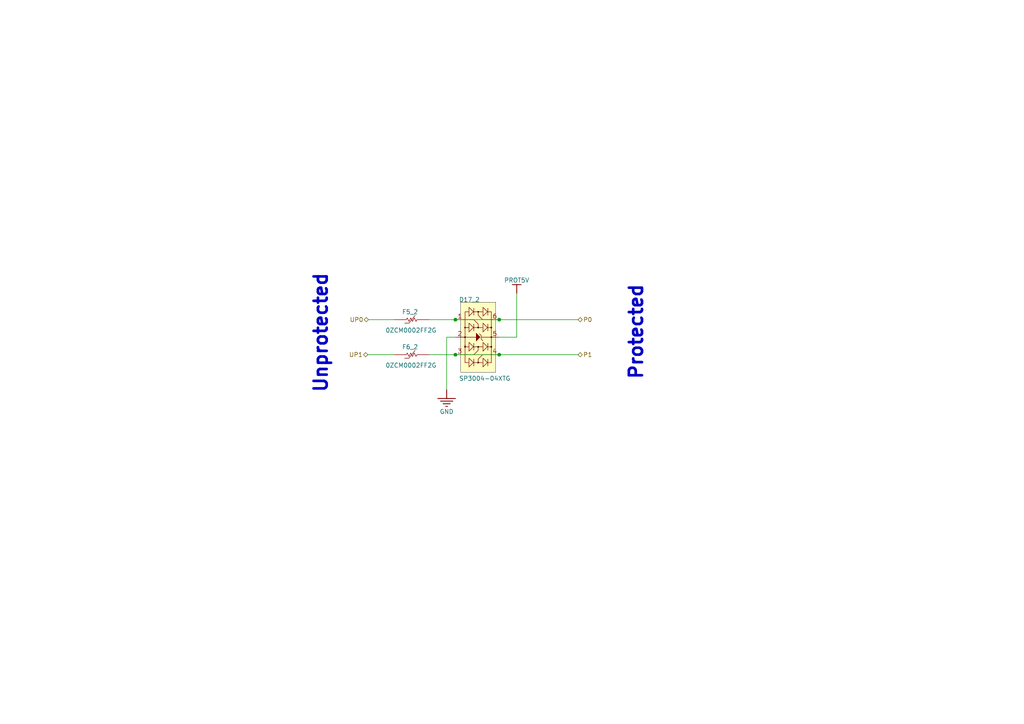
<source format=kicad_sch>
(kicad_sch (version 20250114) (generator "eeschema") (generator_version "9.0")
  (paper "User" 297.002 210.007)
  (title_block (title "ARDEP Arduino Connector") (rev "1"))
  (lib_symbols
    (symbol "ARDEP2_Mainboard:GND_POWER_GROUND" (power)
      (property "Value" "GND" (at 0 -6.35 0))
      (symbol "GND_POWER_GROUND_0_0"
        (polyline (pts (xy -2.54 -2.54) (xy 2.54 -2.54)) (stroke (width 0.254)))
        (polyline (pts (xy -1.778 -3.302) (xy 1.778 -3.302)) (stroke (width 0.254)))
        (polyline (pts (xy -1.016 -4.064) (xy 1.016 -4.064)) (stroke (width 0.254)))
        (polyline (pts (xy -0.254 -4.826) (xy 0.254 -4.826)) (stroke (width 0.254)))
        (polyline (pts (xy 0 0) (xy 0 -2.54)) (stroke (width 0.254)))
        (pin power_in line (at 0 0 0) (length 0) (hide yes) (name "GND") (number ""))
      )
    )
    (symbol "ARDEP2_Mainboard:PROT5V_BAR" (power)
      (property "Value" "PROT5V" (at 0 -3.81 0))
      (symbol "PROT5V_BAR_0_0"
        (polyline (pts (xy -1.27 -2.54) (xy 1.27 -2.54)) (stroke (width 0.254)))
        (polyline (pts (xy 0 0) (xy 0 -2.54)) (stroke (width 0.254)))
        (pin power_in line (at 0 0 0) (length 0) (hide yes) (name "PROT5V") (number ""))
      )
    )
    (symbol "ARDEP2_Mainboard:root_0_4CH-ESD-Clamp_Frickly Systems GmbH" (pin_names (hide yes))
      (symbol "root_0_4CH-ESD-Clamp_Frickly Systems GmbH_1_0"
        (polyline (pts (xy -5.334 0) (xy -6.35 0)))
        (polyline (pts (xy -5.08 5.08) (xy -2.286 5.08) (xy -1.016 3.81) (xy -1.016 2.794)))
        (polyline (pts (xy -5.08 0) (xy -1.524 0)))
        (polyline (pts (xy -5.08 -5.08) (xy -2.286 -5.08) (xy -1.016 -3.81) (xy -1.016 -2.794)))
        (arc (start -4.7432 2.6559) (mid -4.9382 2.9095) (end -4.6904 2.7072) (stroke (width 0) (color 0 0 0 1)))
        (polyline (pts (xy -4.826 2.794) (xy -4.826 -2.794)))
        (polyline (pts (xy -4.826 2.794) (xy -4.826 7.366) (xy -3.81 7.366)))
        (arc (start -4.7432 -0.1381) (mid -4.9382 0.1155) (end -4.6904 -0.0868) (stroke (width 0) (color 0 0 0 1)))
        (polyline (pts (xy -4.826 -2.286) (xy -4.826 -7.366)))
        (arc (start -4.7432 -2.9321) (mid -4.9382 -2.6785) (end -4.6904 -2.8808) (stroke (width 0) (color 0 0 0 1)))
        (polyline (pts (xy -4.064 2.794) (xy -3.81 2.794)))
        (polyline (pts (xy -3.81 2.794) (xy -4.826 2.794)))
        (polyline (pts (xy -3.81 -2.794) (xy -4.826 -2.794)))
        (polyline (pts (xy -3.81 -7.366) (xy -4.826 -7.366)))
        (polyline (pts (xy -3.683 6.121) (xy -2.413 7.391) (xy -3.683 8.661) (xy -3.683 6.121)))
        (polyline (pts (xy -3.683 1.549) (xy -2.413 2.819) (xy -3.683 4.089) (xy -3.683 1.549)))
        (polyline (pts (xy -3.683 -4.039) (xy -2.413 -2.769) (xy -3.683 -1.499) (xy -3.683 -4.039)))
        (polyline (pts (xy -3.683 -8.611) (xy -2.413 -7.341) (xy -3.683 -6.071) (xy -3.683 -8.611)))
        (polyline (pts (xy -2.286 8.382) (xy -2.286 6.382)))
        (polyline (pts (xy -2.286 7.366) (xy 0.254 7.366)))
        (polyline (pts (xy -2.286 3.81) (xy -2.286 1.81)))
        (polyline (pts (xy -2.286 2.794) (xy 0.254 2.794)))
        (polyline (pts (xy -2.286 -1.778) (xy -2.286 -3.778)))
        (polyline (pts (xy -2.286 -2.794) (xy 0.254 -2.794)))
        (polyline (pts (xy -2.286 -6.35) (xy -2.286 -8.35)))
        (polyline (pts (xy -2.286 -7.366) (xy 0.254 -7.366)))
        (polyline (pts (xy -1.651 -1.245) (xy -0.381 0.025) (xy -1.651 1.295) (xy -1.651 -1.245)) (stroke (width -0.0001)) (fill (type outline)))
        (arc (start -1.0988 7.5041) (mid -0.9038 7.2505) (end -1.1516 7.4528) (stroke (width 0) (color 0 0 0 1)))
        (arc (start -0.9332 2.6559) (mid -1.1282 2.9095) (end -0.8804 2.7072) (stroke (width 0) (color 0 0 0 1)))
        (arc (start -0.9332 -2.9321) (mid -1.1282 -2.6785) (end -0.8804 -2.8808) (stroke (width 0) (color 0 0 0 1)))
        (arc (start -1.0988 -7.2279) (mid -0.9038 -7.4815) (end -1.1516 -7.2792) (stroke (width 0) (color 0 0 0 1)))
        (polyline (pts (xy 0 0) (xy 3.302 0)))
        (polyline (pts (xy 0.356 -1.041) (xy -0.152 -0.533) (xy -0.152 0.483) (xy -0.66 0.991)))
        (polyline (pts (xy 0.381 6.121) (xy 1.651 7.391) (xy 0.381 8.661) (xy 0.381 6.121)))
        (polyline (pts (xy 0.381 1.549) (xy 1.651 2.819) (xy 0.381 4.089) (xy 0.381 1.549)))
        (polyline (pts (xy 0.381 -4.039) (xy 1.651 -2.769) (xy 0.381 -1.499) (xy 0.381 -4.039)))
        (polyline (pts (xy 0.381 -8.611) (xy 1.651 -7.341) (xy 0.381 -6.071) (xy 0.381 -8.611)))
        (polyline (pts (xy 1.778 8.382) (xy 1.778 6.382)))
        (polyline (pts (xy 1.778 3.81) (xy 1.778 1.81)))
        (polyline (pts (xy 1.778 2.794) (xy 2.794 2.794)))
        (polyline (pts (xy 1.778 -1.778) (xy 1.778 -3.778)))
        (polyline (pts (xy 1.778 -2.794) (xy 2.794 -2.794)))
        (polyline (pts (xy 1.778 -6.35) (xy 1.778 -8.35)))
        (polyline (pts (xy 1.778 -7.366) (xy 2.794 -7.366)))
        (arc (start 2.8768 -0.1381) (mid 2.6818 0.1155) (end 2.9296 -0.0868) (stroke (width 0) (color 0 0 0 1)))
        (polyline (pts (xy 2.794 2.794) (xy 2.794 -2.794)))
        (polyline (pts (xy 2.794 2.794) (xy 2.794 7.366) (xy 1.778 7.366)))
        (arc (start 2.8768 2.6559) (mid 2.6818 2.9095) (end 2.9296 2.7072) (stroke (width 0) (color 0 0 0 1)))
        (polyline (pts (xy 2.794 -2.794) (xy 2.794 -7.366)))
        (arc (start 2.8768 -2.9321) (mid 2.6818 -2.6785) (end 2.9296 -2.8808) (stroke (width 0) (color 0 0 0 1)))
        (polyline (pts (xy 2.794 -5.08) (xy 0.254 -5.08) (xy -1.016 -6.35) (xy -1.016 -7.366)))
        (polyline (pts (xy 3.048 5.08) (xy 0.254 5.08) (xy -1.016 6.35) (xy -1.016 7.366)))
        (rectangle (start 4.064 10.16) (end -6.096 -10.16) (stroke (width 0.0254) (color 0 0 0 1)) (fill (type background)))
        (pin passive line (at -7.62 5.08 0) (length 2.54) (name "I/O1") (number "1"))
        (pin passive line (at -7.62 0 0) (length 2.54) (name "GND") (number "2"))
        (pin passive line (at -7.62 -5.08 0) (length 2.54) (name "I/O2") (number "3"))
        (pin passive line (at 5.08 5.08 180) (length 2.54) (name "I/O1") (number "6"))
        (pin passive line (at 5.08 0 180) (length 2.54) (name "VDD") (number "5"))
        (pin passive line (at 5.08 -5.08 180) (length 2.54) (name "I/O2") (number "4"))
      )
    )
    (symbol "ARDEP2_Mainboard:root_0_TEMP_RES_Frickly Systems GmbH" (pin_numbers (hide yes)) (pin_names (hide yes))
      (symbol "root_0_TEMP_RES_Frickly Systems GmbH_1_0"
        (polyline (pts (xy 0.508 -1.016) (xy 1.778 -1.016) (xy 3.556 1.27)))
        (polyline (pts (xy 5.08 0) (xy 4.064 0) (xy 3.81 -0.508) (xy 3.302 0.508) (xy 2.794 -0.508) (xy 2.286 0.508) (xy 1.778 -0.508) (xy 1.27 0.508) (xy 1.016 0) (xy 0 0)))
        (pin passive line (at -2.54 0 0) (length 2.54) (name "1") (number "1"))
        (pin passive line (at 7.62 0 180) (length 2.54) (name "2") (number "2"))
      )
    )
  )
  (text "Unprotected" (at 95.25 114.3 90) (effects (font (size 3.81 3.81) (thickness 0.762) (bold yes)) (justify left bottom)))
  (text "Protected" (at 186.69 110.49 90) (effects (font (size 3.81 3.81) (thickness 0.762) (bold yes)) (justify left bottom)))
  (junction (at 144.78 102.87))
  (junction (at 132.08 102.87))
  (junction (at 132.08 92.71))
  (junction (at 144.78 92.71))
  (wire (pts (xy 124.46 92.71) (xy 132.08 92.71)))
  (wire (pts (xy 114.3 102.87) (xy 106.68 102.87)))
  (wire (pts (xy 132.08 102.87) (xy 124.46 102.87)))
  (wire (pts (xy 129.54 97.79) (xy 129.54 113.03)))
  (wire (pts (xy 144.78 97.79) (xy 149.86 97.79)))
  (wire (pts (xy 144.78 102.87) (xy 132.08 102.87)))
  (wire (pts (xy 144.78 92.71) (xy 167.64 92.71)))
  (wire (pts (xy 132.08 97.79) (xy 129.54 97.79)))
  (wire (pts (xy 132.08 92.71) (xy 144.78 92.71)))
  (wire (pts (xy 106.867 92.71) (xy 114.3 92.71)))
  (wire (pts (xy 144.78 102.87) (xy 167.64 102.87)))
  (wire (pts (xy 149.86 97.79) (xy 149.86 85.09)))
  (hierarchical_label "P1" (shape bidirectional) (at 167.64 102.87 0))
  (hierarchical_label "P0" (shape bidirectional) (at 167.64 92.71 0))
  (hierarchical_label "UP0" (shape bidirectional) (at 106.867 92.71 180))
  (hierarchical_label "UP1" (shape bidirectional) (at 106.68 102.87 180))
  (symbol (lib_id "ARDEP2_Mainboard:root_0_TEMP_RES_Frickly Systems GmbH") (at 116.84 92.71 0) (unit 1)
    (property "Reference" "F5_3" (at 116.586 91.186 0) (effects (justify left bottom)))
    (property "Value" "0ZCM0002FF2G" (at 111.76 96.52 0) (effects (justify left bottom)))
    (property "Footprint" "Polyfuse_0603_JB" (effects (hide yes)))
    (property "Description" "PTC Resettable Fuse, 60V, 12ohm, Surface Mount" (effects (hide yes)))
    (property "TRIP CURRENT" "60mA" (effects (hide yes)))
    (property "MIN OPERATING TEMPERATURE" "-40°C" (effects (hide yes)))
    (property "PINS" "2" (effects (hide yes)))
    (property "CURRENT RATING" "20mA" (effects (hide yes)))
    (property "CASE/PACKAGE" "0603" (effects (hide yes)))
    (property "VOLTAGE RATING" "60V" (effects (hide yes)))
    (property "MOUNTING TECHNOLOGY" "SMD" (effects (hide yes)))
    (property "MAX OPERATING TEMPERATURE" "85°C" (effects (hide yes)))
    (property "ROHS COMPLIANT" "YES" (effects (hide yes)))
    (instances (project "ARDEP2_Mainboard" (path "" (reference "F5_2") (unit 1)) (path "" (reference "F5_1") (unit 1)) (path "" (reference "F5_4") (unit 1)) (path "" (reference "F5_3") (unit 1)) (path "" (reference "F5_6") (unit 1)) (path "" (reference "F5_5") (unit 1)) (path "" (reference "F5_9") (unit 1)) (path "" (reference "F5_8") (unit 1)) (path "" (reference "F5_10") (unit 1)) (path "" (reference "F5_12") (unit 1)) (path "" (reference "F5_13") (unit 1)) (path "" (reference "F5_7") (unit 1)) (path "" (reference "F5_11") (unit 1))))
  )
  (symbol (lib_id "ARDEP2_Mainboard:root_0_4CH-ESD-Clamp_Frickly Systems GmbH") (at 139.7 97.79 0) (unit 1)
    (property "Reference" "D17_3" (at 133.096 87.63 0) (effects (justify left bottom)))
    (property "Value" "SP3004-04XTG" (at 133.096 110.49 0) (effects (justify left bottom)))
    (property "Footprint" "SOT-563" (effects (hide yes)))
    (property "Description" "Trans Voltage Suppressor Diode, 6V V(RWM), Unidirectional, 1 Element, Silicon, MO-223" (effects (hide yes)))
    (property "SURFACE MOUNT" "Yes" (effects (hide yes)))
    (property "PEAK INVERSE VOLTAGE" "6V" (effects (hide yes)))
    (property "TERMINAL FORM" "Flat" (effects (hide yes)))
    (property "MOUNTING TECHNOLOGY" "SMD" (effects (hide yes)))
    (property "PACKAGE BODY MATERIAL" "Plastic" (effects (hide yes)))
    (property "PINS" "6" (effects (hide yes)))
    (property "PACKAGE SHAPE" "Rectangular" (effects (hide yes)))
    (property "TERMINAL POSITION" "DUAL" (effects (hide yes)))
    (property "ROHS COMPLIANT" "Yes" (effects (hide yes)))
    (property "REP PK REVERSE VOLTAGE-MAX" "6V" (effects (hide yes)))
    (property "PACKAGE STYLE" "SMALL OUTLINEMeter" (effects (hide yes)))
    (property "QUALIFICATION STATUS" "Not Qualified" (effects (hide yes)))
    (property "DIODE TYPE" "TRANS VOLTAGE SUPPRESSOR" (effects (hide yes)))
    (property "JESD-30 CODE" "R-PDSO-F6" (effects (hide yes)))
    (property "MAX SURGE CURRENT" "4A" (effects (hide yes)))
    (property "NUMBER OF ELEMENTS" "1" (effects (hide yes)))
    (property "DIODE ELEMENT MATERIAL" "SILICON" (effects (hide yes)))
    (property "REACH SVHC COMPLIANT" "Yes" (effects (hide yes)))
    (property "MAX OPERATING TEMPERATURE" "150°C" (effects (hide yes)))
    (property "POLARITY" "Unidirectional" (effects (hide yes)))
    (property "TECHNOLOGY" "AVALANCHE" (effects (hide yes)))
    (property "CLAMPING VOLTAGE-MAX" "11.8V" (effects (hide yes)))
    (property "JESD-609 CODE" "e3" (effects (hide yes)))
    (property "TERMINAL FINISH" "Tin" (effects (hide yes)))
    (instances (project "ARDEP2_Mainboard" (path "" (reference "D17_2") (unit 1)) (path "" (reference "D17_1") (unit 1)) (path "" (reference "D17_4") (unit 1)) (path "" (reference "D17_3") (unit 1)) (path "" (reference "D17_6") (unit 1)) (path "" (reference "D17_5") (unit 1)) (path "" (reference "D17_9") (unit 1)) (path "" (reference "D17_8") (unit 1)) (path "" (reference "D17_10") (unit 1)) (path "" (reference "D17_12") (unit 1)) (path "" (reference "D17_13") (unit 1)) (path "" (reference "D17_7") (unit 1)) (path "" (reference "D17_11") (unit 1))))
  )
  (symbol (lib_id "ARDEP2_Mainboard:PROT5V_BAR") (at 149.86 85.09 180) (unit 1)
    (property "Reference" "#PWR0160" (effects (hide yes)))
    (property "Value" "PROT5V" (at 149.86 81.28 0))
    (instances (project "ARDEP2_Mainboard" (path "" (reference "#PWR0158") (unit 1)) (path "" (reference "#PWR0156") (unit 1)) (path "" (reference "#PWR0162") (unit 1)) (path "" (reference "#PWR0160") (unit 1)) (path "" (reference "#PWR0166") (unit 1)) (path "" (reference "#PWR0164") (unit 1)) (path "" (reference "#PWR0184") (unit 1)) (path "" (reference "#PWR0182") (unit 1)) (path "" (reference "#PWR0186") (unit 1)) (path "" (reference "#PWR0190") (unit 1)) (path "" (reference "#PWR0192") (unit 1)) (path "" (reference "#PWR0180") (unit 1)) (path "" (reference "#PWR0188") (unit 1))))
  )
  (symbol (lib_id "ARDEP2_Mainboard:GND_POWER_GROUND") (at 129.54 113.03 0) (unit 1)
    (property "Reference" "#PWR0159" (effects (hide yes)))
    (property "Value" "GND" (at 129.54 119.38 0))
    (instances (project "ARDEP2_Mainboard" (path "" (reference "#PWR0157") (unit 1)) (path "" (reference "#PWR0155") (unit 1)) (path "" (reference "#PWR0161") (unit 1)) (path "" (reference "#PWR0159") (unit 1)) (path "" (reference "#PWR0165") (unit 1)) (path "" (reference "#PWR0163") (unit 1)) (path "" (reference "#PWR0183") (unit 1)) (path "" (reference "#PWR0181") (unit 1)) (path "" (reference "#PWR0185") (unit 1)) (path "" (reference "#PWR0189") (unit 1)) (path "" (reference "#PWR0191") (unit 1)) (path "" (reference "#PWR0179") (unit 1)) (path "" (reference "#PWR0187") (unit 1))))
  )
  (symbol (lib_id "ARDEP2_Mainboard:root_0_TEMP_RES_Frickly Systems GmbH") (at 116.84 102.87 0) (unit 1)
    (property "Reference" "F6_3" (at 116.586 101.346 0) (effects (justify left bottom)))
    (property "Value" "0ZCM0002FF2G" (at 111.76 106.68 0) (effects (justify left bottom)))
    (property "Footprint" "Polyfuse_0603_JB" (effects (hide yes)))
    (property "Description" "PTC Resettable Fuse, 60V, 12ohm, Surface Mount" (effects (hide yes)))
    (property "TRIP CURRENT" "60mA" (effects (hide yes)))
    (property "MIN OPERATING TEMPERATURE" "-40°C" (effects (hide yes)))
    (property "PINS" "2" (effects (hide yes)))
    (property "CURRENT RATING" "20mA" (effects (hide yes)))
    (property "CASE/PACKAGE" "0603" (effects (hide yes)))
    (property "VOLTAGE RATING" "60V" (effects (hide yes)))
    (property "MOUNTING TECHNOLOGY" "SMD" (effects (hide yes)))
    (property "MAX OPERATING TEMPERATURE" "85°C" (effects (hide yes)))
    (property "ROHS COMPLIANT" "YES" (effects (hide yes)))
    (instances (project "ARDEP2_Mainboard" (path "" (reference "F6_2") (unit 1)) (path "" (reference "F6_1") (unit 1)) (path "" (reference "F6_4") (unit 1)) (path "" (reference "F6_3") (unit 1)) (path "" (reference "F6_6") (unit 1)) (path "" (reference "F6_5") (unit 1)) (path "" (reference "F6_9") (unit 1)) (path "" (reference "F6_8") (unit 1)) (path "" (reference "F6_10") (unit 1)) (path "" (reference "F6_12") (unit 1)) (path "" (reference "F6_13") (unit 1)) (path "" (reference "F6_7") (unit 1)) (path "" (reference "F6_11") (unit 1))))
  )
)
</source>
